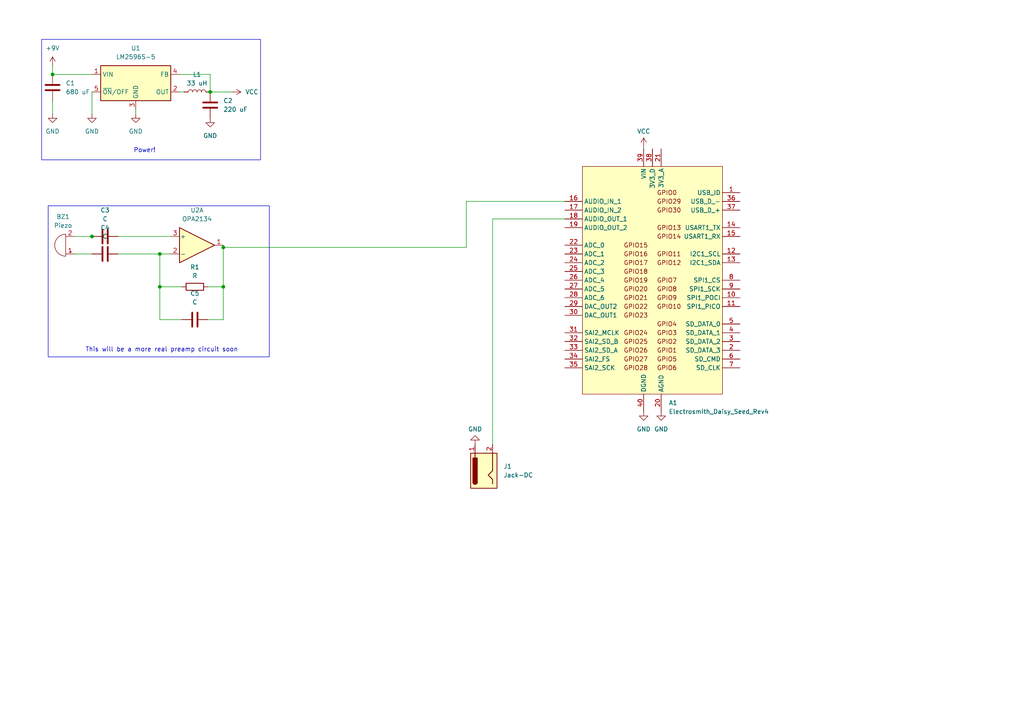
<source format=kicad_sch>
(kicad_sch (version 20230121) (generator eeschema)
  (paper "A4")
  (lib_symbols
    (symbol "Amplifier_Operational:OPA2134" (pin_names (offset 0.127))
      (property "Reference" "U" (at 0 5.08 0))
      (property "Value" "OPA2134" (at 0 -5.08 0))
      (symbol "OPA2134_1_1"
        (polyline (pts (xy -5.08 5.08) (xy 5.08 0) (xy -5.08 -5.08) (xy -5.08 5.08)) (stroke (width 0.254)) (fill (type background)))
        (pin output line (at 7.62 0 180) (length 2.54) (name "~") (number "1"))
        (pin input line (at -7.62 -2.54 0) (length 2.54) (name "-") (number "2"))
        (pin input line (at -7.62 2.54 0) (length 2.54) (name "+") (number "3"))
      )
      (symbol "OPA2134_2_1"
        (polyline (pts (xy -5.08 5.08) (xy 5.08 0) (xy -5.08 -5.08) (xy -5.08 5.08)) (stroke (width 0.254)) (fill (type background)))
        (pin input line (at -7.62 2.54 0) (length 2.54) (name "+") (number "5"))
        (pin input line (at -7.62 -2.54 0) (length 2.54) (name "-") (number "6"))
        (pin output line (at 7.62 0 180) (length 2.54) (name "~") (number "7"))
      )
      (symbol "OPA2134_3_1"
        (pin power_in line (at -2.54 -7.62 90) (length 3.81) (name "V-") (number "4"))
        (pin power_in line (at -2.54 7.62 270) (length 3.81) (name "V+") (number "8"))
      )
    )
    (symbol "Connector:Jack-DC" (pin_names (offset 1.016))
      (property "Reference" "J" (at 0 5.334 0))
      (property "Value" "Jack-DC" (at 0 -5.08 0))
      (symbol "Jack-DC_0_1"
        (rectangle (start -5.08 3.81) (end 5.08 -3.81) (stroke (width 0.254)) (fill (type background)))
        (arc (start -3.302 3.175) (mid -3.9343 2.54) (end -3.302 1.905) (stroke (width 0.254)))
        (arc (start -3.302 3.175) (mid -3.9343 2.54) (end -3.302 1.905) (stroke (width 0.254)) (fill (type outline)))
        (polyline (pts (xy 5.08 2.54) (xy 3.81 2.54)) (stroke (width 0.254)))
        (polyline (pts (xy -3.81 -2.54) (xy -2.54 -2.54) (xy -1.27 -1.27) (xy 0 -2.54) (xy 2.54 -2.54) (xy 5.08 -2.54)) (stroke (width 0.254)))
        (rectangle (start 3.683 3.175) (end -3.302 1.905) (stroke (width 0.254)) (fill (type outline)))
      )
      (symbol "Jack-DC_1_1"
        (pin passive line (at 7.62 2.54 180) (length 2.54) (name "~") (number "1"))
        (pin passive line (at 7.62 -2.54 180) (length 2.54) (name "~") (number "2"))
      )
    )
    (symbol "Device:Buzzer" (pin_names (offset 0.0254) hide)
      (property "Reference" "BZ" (at 3.81 1.27 0))
      (property "Value" "Buzzer" (at 3.81 -1.27 0))
      (symbol "Buzzer_0_1"
        (arc (start 0 -3.175) (mid 3.1612 0) (end 0 3.175))
        (polyline (pts (xy -1.651 1.905) (xy -1.143 1.905)))
        (polyline (pts (xy -1.397 2.159) (xy -1.397 1.651)))
        (polyline (pts (xy 0 3.175) (xy 0 -3.175)))
      )
      (symbol "Buzzer_1_1"
        (pin passive line (at -2.54 2.54 0) (length 2.54) (name "+") (number "1"))
        (pin passive line (at -2.54 -2.54 0) (length 2.54) (name "-") (number "2"))
      )
    )
    (symbol "Device:C" (pin_numbers hide) (pin_names (offset 0.254))
      (property "Reference" "C" (at 0.635 2.54 0))
      (property "Value" "C" (at 0.635 -2.54 0))
      (symbol "C_0_1"
        (polyline (pts (xy -2.032 -0.762) (xy 2.032 -0.762)) (stroke (width 0.508)))
        (polyline (pts (xy -2.032 0.762) (xy 2.032 0.762)) (stroke (width 0.508)))
      )
      (symbol "C_1_1"
        (pin passive line (at 0 3.81 270) (length 2.794) (name "~") (number "1"))
        (pin passive line (at 0 -3.81 90) (length 2.794) (name "~") (number "2"))
      )
    )
    (symbol "Device:L" (pin_numbers hide) (pin_names (offset 1.016) hide)
      (property "Reference" "L" (at -1.27 0 90))
      (property "Value" "L" (at 1.905 0 90))
      (symbol "L_0_1"
        (arc (start 0 -2.54) (mid 0.6323 -1.905) (end 0 -1.27))
        (arc (start 0 -1.27) (mid 0.6323 -0.635) (end 0 0))
        (arc (start 0 0) (mid 0.6323 0.635) (end 0 1.27))
        (arc (start 0 1.27) (mid 0.6323 1.905) (end 0 2.54))
      )
      (symbol "L_1_1"
        (pin passive line (at 0 3.81 270) (length 1.27) (name "1") (number "1"))
        (pin passive line (at 0 -3.81 90) (length 1.27) (name "2") (number "2"))
      )
    )
    (symbol "Device:R" (pin_numbers hide) (pin_names (offset 0))
      (property "Reference" "R" (at 2.032 0 90))
      (property "Value" "R" (at 0 0 90))
      (symbol "R_0_1"
        (rectangle (start -1.016 -2.54) (end 1.016 2.54) (stroke (width 0.254)))
      )
      (symbol "R_1_1"
        (pin passive line (at 0 3.81 270) (length 1.27) (name "~") (number "1"))
        (pin passive line (at 0 -3.81 90) (length 1.27) (name "~") (number "2"))
      )
    )
    (symbol "MCU_Module:Electrosmith_Daisy_Seed_Rev4"
      (property "Reference" "A" (at -20.32 34.29 0))
      (property "Value" "Electrosmith_Daisy_Seed_Rev4" (at 33.02 34.29 0))
      (symbol "Electrosmith_Daisy_Seed_Rev4_0_0"
        (text "GPIO0" (at 1.27 25.4 0) (effects (font (size 1.27 1.27)) (justify left)))
        (text "GPIO1" (at 1.27 -20.32 0) (effects (font (size 1.27 1.27)) (justify left)))
        (text "GPIO10" (at 1.27 -7.62 0) (effects (font (size 1.27 1.27)) (justify left)))
        (text "GPIO11" (at 1.27 7.62 0) (effects (font (size 1.27 1.27)) (justify left)))
        (text "GPIO12" (at 1.27 5.08 0) (effects (font (size 1.27 1.27)) (justify left)))
        (text "GPIO13" (at 1.27 15.24 0) (effects (font (size 1.27 1.27)) (justify left)))
        (text "GPIO14" (at 1.27 12.7 0) (effects (font (size 1.27 1.27)) (justify left)))
        (text "GPIO15" (at -1.27 10.16 0) (effects (font (size 1.27 1.27)) (justify right)))
        (text "GPIO16" (at -1.27 7.62 0) (effects (font (size 1.27 1.27)) (justify right)))
        (text "GPIO17" (at -1.27 5.08 0) (effects (font (size 1.27 1.27)) (justify right)))
        (text "GPIO18" (at -1.27 2.54 0) (effects (font (size 1.27 1.27)) (justify right)))
        (text "GPIO19" (at -1.27 0 0) (effects (font (size 1.27 1.27)) (justify right)))
        (text "GPIO2" (at 1.27 -17.78 0) (effects (font (size 1.27 1.27)) (justify left)))
        (text "GPIO20" (at -1.27 -2.54 0) (effects (font (size 1.27 1.27)) (justify right)))
        (text "GPIO21" (at -1.27 -5.08 0) (effects (font (size 1.27 1.27)) (justify right)))
        (text "GPIO22" (at -1.27 -7.62 0) (effects (font (size 1.27 1.27)) (justify right)))
        (text "GPIO23" (at -1.27 -10.16 0) (effects (font (size 1.27 1.27)) (justify right)))
        (text "GPIO24" (at -1.27 -15.24 0) (effects (font (size 1.27 1.27)) (justify right)))
        (text "GPIO25" (at -1.27 -17.78 0) (effects (font (size 1.27 1.27)) (justify right)))
        (text "GPIO26" (at -1.27 -20.32 0) (effects (font (size 1.27 1.27)) (justify right)))
        (text "GPIO27" (at -1.27 -22.86 0) (effects (font (size 1.27 1.27)) (justify right)))
        (text "GPIO28" (at -1.27 -25.4 0) (effects (font (size 1.27 1.27)) (justify right)))
        (text "GPIO29" (at 1.27 22.86 0) (effects (font (size 1.27 1.27)) (justify left)))
        (text "GPIO3" (at 1.27 -15.24 0) (effects (font (size 1.27 1.27)) (justify left)))
        (text "GPIO30" (at 1.27 20.32 0) (effects (font (size 1.27 1.27)) (justify left)))
        (text "GPIO4" (at 1.27 -12.7 0) (effects (font (size 1.27 1.27)) (justify left)))
        (text "GPIO5" (at 1.27 -22.86 0) (effects (font (size 1.27 1.27)) (justify left)))
        (text "GPIO6" (at 1.27 -25.4 0) (effects (font (size 1.27 1.27)) (justify left)))
        (text "GPIO7" (at 1.27 0 0) (effects (font (size 1.27 1.27)) (justify left)))
        (text "GPIO8" (at 1.27 -2.54 0) (effects (font (size 1.27 1.27)) (justify left)))
        (text "GPIO9" (at 1.27 -5.08 0) (effects (font (size 1.27 1.27)) (justify left)))
        (pin bidirectional line (at 25.4 25.4 180) (length 5.08) (name "USB_ID") (number "1"))
        (pin bidirectional line (at 25.4 -5.08 180) (length 5.08) (name "SPI1_POCI") (number "10"))
        (pin bidirectional line (at 25.4 -7.62 180) (length 5.08) (name "SPI1_PICO") (number "11"))
        (pin bidirectional line (at 25.4 7.62 180) (length 5.08) (name "I2C1_SCL") (number "12"))
        (pin bidirectional line (at 25.4 5.08 180) (length 5.08) (name "I2C1_SDA") (number "13"))
        (pin bidirectional line (at 25.4 15.24 180) (length 5.08) (name "USART1_TX") (number "14"))
        (pin bidirectional line (at 25.4 12.7 180) (length 5.08) (name "USART1_RX") (number "15"))
        (pin input line (at -25.4 22.86 0) (length 5.08) (name "AUDIO_IN_1") (number "16"))
        (pin input line (at -25.4 20.32 0) (length 5.08) (name "AUDIO_IN_2") (number "17"))
        (pin output line (at -25.4 17.78 0) (length 5.08) (name "AUDIO_OUT_1") (number "18"))
        (pin output line (at -25.4 15.24 0) (length 5.08) (name "AUDIO_OUT_2") (number "19"))
        (pin bidirectional line (at 25.4 -20.32 180) (length 5.08) (name "SD_DATA_3") (number "2"))
        (pin power_in line (at 2.54 -38.1 90) (length 5.08) (name "AGND") (number "20"))
        (pin power_out line (at 2.54 38.1 270) (length 5.08) (name "3V3_A") (number "21"))
        (pin bidirectional line (at -25.4 10.16 0) (length 5.08) (name "ADC_0") (number "22"))
        (pin bidirectional line (at -25.4 7.62 0) (length 5.08) (name "ADC_1") (number "23"))
        (pin bidirectional line (at -25.4 5.08 0) (length 5.08) (name "ADC_2") (number "24"))
        (pin bidirectional line (at -25.4 2.54 0) (length 5.08) (name "ADC_3") (number "25"))
        (pin bidirectional line (at -25.4 0 0) (length 5.08) (name "ADC_4") (number "26"))
        (pin bidirectional line (at -25.4 -2.54 0) (length 5.08) (name "ADC_5") (number "27"))
        (pin bidirectional line (at -25.4 -5.08 0) (length 5.08) (name "ADC_6") (number "28"))
        (pin bidirectional line (at -25.4 -7.62 0) (length 5.08) (name "DAC_OUT2") (number "29"))
        (pin bidirectional line (at 25.4 -17.78 180) (length 5.08) (name "SD_DATA_2") (number "3"))
        (pin bidirectional line (at -25.4 -10.16 0) (length 5.08) (name "DAC_OUT1") (number "30"))
        (pin bidirectional line (at -25.4 -15.24 0) (length 5.08) (name "SAI2_MCLK") (number "31"))
        (pin bidirectional line (at -25.4 -17.78 0) (length 5.08) (name "SAI2_SD_B") (number "32"))
        (pin bidirectional line (at -25.4 -20.32 0) (length 5.08) (name "SAI2_SD_A") (number "33"))
        (pin bidirectional line (at -25.4 -22.86 0) (length 5.08) (name "SAI2_FS") (number "34"))
        (pin bidirectional line (at -25.4 -25.4 0) (length 5.08) (name "SAI2_SCK") (number "35"))
        (pin bidirectional line (at 25.4 22.86 180) (length 5.08) (name "USB_D_-") (number "36"))
        (pin bidirectional line (at 25.4 20.32 180) (length 5.08) (name "USB_D_+") (number "37"))
        (pin power_out line (at 0 38.1 270) (length 5.08) (name "3V3_D") (number "38"))
        (pin power_in line (at -2.54 38.1 270) (length 5.08) (name "VIN") (number "39"))
        (pin bidirectional line (at 25.4 -15.24 180) (length 5.08) (name "SD_DATA_1") (number "4"))
        (pin power_in line (at -2.54 -38.1 90) (length 5.08) (name "DGND") (number "40"))
        (pin bidirectional line (at 25.4 -12.7 180) (length 5.08) (name "SD_DATA_0") (number "5"))
        (pin bidirectional line (at 25.4 -22.86 180) (length 5.08) (name "SD_CMD") (number "6"))
        (pin bidirectional line (at 25.4 -25.4 180) (length 5.08) (name "SD_CLK") (number "7"))
        (pin bidirectional line (at 25.4 0 180) (length 5.08) (name "SPI1_CS") (number "8"))
        (pin bidirectional line (at 25.4 -2.54 180) (length 5.08) (name "SPI1_SCK") (number "9"))
      )
      (symbol "Electrosmith_Daisy_Seed_Rev4_0_1"
        (rectangle (start -20.32 33.02) (end 20.32 -33.02) (fill (type background)))
      )
    )
    (symbol "Regulator_Switching:LM2596S-5"
      (property "Reference" "U" (at -10.16 6.35 0))
      (property "Value" "LM2596S-5" (at 0 6.35 0))
      (symbol "LM2596S-5_0_1"
        (rectangle (start -10.16 5.08) (end 10.16 -5.08) (stroke (width 0.254)) (fill (type background)))
      )
      (symbol "LM2596S-5_1_1"
        (pin power_in line (at -12.7 2.54 0) (length 2.54) (name "VIN") (number "1"))
        (pin output line (at 12.7 -2.54 180) (length 2.54) (name "OUT") (number "2"))
        (pin power_in line (at 0 -7.62 90) (length 2.54) (name "GND") (number "3"))
        (pin input line (at 12.7 2.54 180) (length 2.54) (name "FB") (number "4"))
        (pin input line (at -12.7 -2.54 0) (length 2.54) (name "~{ON}/OFF") (number "5"))
      )
    )
    (symbol "power:+9V" (power) (pin_names (offset 0))
      (property "Value" "+9V" (at 0 3.556 0))
      (symbol "+9V_0_1"
        (polyline (pts (xy -0.762 1.27) (xy 0 2.54)))
        (polyline (pts (xy 0 0) (xy 0 2.54)))
        (polyline (pts (xy 0 2.54) (xy 0.762 1.27)))
      )
      (symbol "+9V_1_1"
        (pin power_in line (at 0 0 90) (length 0) hide (name "+9V") (number "1"))
      )
    )
    (symbol "power:GND" (power) (pin_names (offset 0))
      (property "Value" "GND" (at 0 -3.81 0))
      (symbol "GND_0_1"
        (polyline (pts (xy 0 0) (xy 0 -1.27) (xy 1.27 -1.27) (xy 0 -2.54) (xy -1.27 -1.27) (xy 0 -1.27)))
      )
      (symbol "GND_1_1"
        (pin power_in line (at 0 0 270) (length 0) hide (name "GND") (number "1"))
      )
    )
    (symbol "power:VCC" (power) (pin_names (offset 0))
      (property "Value" "VCC" (at 0 3.81 0))
      (symbol "VCC_0_1"
        (polyline (pts (xy -0.762 1.27) (xy 0 2.54)))
        (polyline (pts (xy 0 0) (xy 0 2.54)))
        (polyline (pts (xy 0 2.54) (xy 0.762 1.27)))
      )
      (symbol "VCC_1_1"
        (pin power_in line (at 0 0 90) (length 0) hide (name "VCC") (number "1"))
      )
    )
  )
  (junction (at 60.96 26.67))
  (junction (at 46.355 73.66))
  (junction (at 64.77 71.755))
  (junction (at 15.24 21.59))
  (junction (at 46.355 83.185))
  (junction (at 26.67 68.58))
  (junction (at 64.77 83.185))
  (wire (pts (xy 15.24 19.05) (xy 15.24 21.59)))
  (wire (pts (xy 15.24 21.59) (xy 26.67 21.59)))
  (wire (pts (xy 135.255 71.755) (xy 135.255 58.42)))
  (wire (pts (xy 34.29 73.66) (xy 46.355 73.66)))
  (wire (pts (xy 39.37 33.02) (xy 39.37 31.75)))
  (wire (pts (xy 46.355 83.185) (xy 46.355 73.66)))
  (wire (pts (xy 64.77 92.71) (xy 64.77 83.185)))
  (wire (pts (xy 142.875 63.5) (xy 163.83 63.5)))
  (wire (pts (xy 64.77 71.755) (xy 64.77 83.185)))
  (wire (pts (xy 186.69 42.545) (xy 186.69 43.18)))
  (wire (pts (xy 15.24 33.02) (xy 15.24 29.21)))
  (wire (pts (xy 21.59 73.66) (xy 26.67 73.66)))
  (wire (pts (xy 64.77 71.755) (xy 135.255 71.755)))
  (wire (pts (xy 26.67 68.58) (xy 27.305 68.58)))
  (wire (pts (xy 52.07 26.67) (xy 53.34 26.67)))
  (wire (pts (xy 26.67 26.67) (xy 26.67 33.02)))
  (wire (pts (xy 21.59 68.58) (xy 26.67 68.58)))
  (wire (pts (xy 64.77 71.12) (xy 64.77 71.755)))
  (wire (pts (xy 142.875 128.905) (xy 142.875 63.5)))
  (wire (pts (xy 34.29 68.58) (xy 49.53 68.58)))
  (wire (pts (xy 52.07 21.59) (xy 60.96 21.59)))
  (wire (pts (xy 52.705 83.185) (xy 46.355 83.185)))
  (wire (pts (xy 60.96 26.67) (xy 67.31 26.67)))
  (wire (pts (xy 52.705 92.71) (xy 46.355 92.71)))
  (wire (pts (xy 64.77 83.185) (xy 60.325 83.185)))
  (wire (pts (xy 135.255 58.42) (xy 163.83 58.42)))
  (wire (pts (xy 46.355 73.66) (xy 49.53 73.66)))
  (wire (pts (xy 46.355 92.71) (xy 46.355 83.185)))
  (wire (pts (xy 60.325 92.71) (xy 64.77 92.71)))
  (wire (pts (xy 60.96 21.59) (xy 60.96 26.67)))
  (rectangle (start 12.065 11.43) (end 75.565 46.355))
  (rectangle (start 13.97 59.69) (end 78.105 103.505))
  (text "This will be a more real preamp circuit soon" (at 24.765 102.235 0) (effects (font (size 1.27 1.27)) (justify left bottom)))
  (text "Power!" (at 38.735 44.45 0) (effects (font (size 1.27 1.27)) (justify left bottom)))
  (symbol (lib_id "Device:C") (at 56.515 92.71 90) (unit 1)
    (property "Reference" "C5" (at 56.515 85.09 90))
    (property "Value" "C" (at 56.515 87.63 90))
  )
  (symbol (lib_id "Device:L") (at 57.15 26.67 90) (unit 1)
    (property "Reference" "L1" (at 57.15 21.59 90))
    (property "Value" "33 uH" (at 57.15 24.13 90))
  )
  (symbol (lib_id "Device:Buzzer") (at 19.05 71.12 180) (unit 1)
    (property "Reference" "BZ1" (at 18.2949 62.865 0))
    (property "Value" "Piezo" (at 18.2949 65.405 0))
  )
  (symbol (lib_id "power:GND") (at 186.69 119.38 0) (unit 1)
    (property "Reference" "#PWR07" (effects hide))
    (property "Value" "GND" (at 186.69 124.46 0))
  )
  (symbol (lib_id "Connector:Jack-DC") (at 140.335 136.525 90) (unit 1)
    (property "Reference" "J1" (at 146.05 135.255 90) (effects (justify right)))
    (property "Value" "Jack-DC" (at 146.05 137.795 90) (effects (justify right)))
  )
  (symbol (lib_id "power:GND") (at 191.77 119.38 0) (unit 1)
    (property "Reference" "#PWR08" (effects hide))
    (property "Value" "GND" (at 191.77 124.46 0))
  )
  (symbol (lib_id "power:VCC") (at 186.69 42.545 0) (unit 1)
    (property "Reference" "#PWR09" (effects hide))
    (property "Value" "VCC" (at 186.69 38.1 0))
  )
  (symbol (lib_id "power:+9V") (at 15.24 19.05 0) (unit 1)
    (property "Reference" "#PWR01" (effects hide))
    (property "Value" "+9V" (at 15.24 13.97 0))
  )
  (symbol (lib_id "power:GND") (at 39.37 33.02 0) (unit 1)
    (property "Reference" "#PWR04" (effects hide))
    (property "Value" "GND" (at 39.37 38.1 0))
  )
  (symbol (lib_id "Device:C") (at 15.24 25.4 180) (unit 1)
    (property "Reference" "C1" (at 19.05 24.13 0) (effects (justify right)))
    (property "Value" "680 uF" (at 19.05 26.67 0) (effects (justify right)))
  )
  (symbol (lib_id "MCU_Module:Electrosmith_Daisy_Seed_Rev4") (at 189.23 81.28 0) (unit 1)
    (property "Reference" "A1" (at 193.9641 116.84 0) (effects (justify left)))
    (property "Value" "Electrosmith_Daisy_Seed_Rev4" (at 193.9641 119.38 0) (effects (justify left)))
    (property "Footprint" "Module:Electrosmith_Daisy_Seed" (effects hide))
    (property "Datasheet" "https://static1.squarespace.com/static/58d03fdc1b10e3bf442567b8/t/6227e6236f02fb68d1577146/1646781988478/Daisy_Seed_datasheet_v1.0.3.pdf" (effects hide))
  )
  (symbol (lib_id "Amplifier_Operational:OPA2134") (at 57.15 71.12 0) (unit 1)
    (property "Reference" "U2" (at 57.15 60.96 0))
    (property "Value" "OPA2134" (at 57.15 63.5 0))
    (property "Datasheet" "http://www.ti.com/lit/ds/symlink/opa134.pdf" (effects hide))
  )
  (symbol (lib_id "power:GND") (at 60.96 34.29 0) (unit 1)
    (property "Reference" "#PWR05" (effects hide))
    (property "Value" "GND" (at 60.96 39.37 0))
  )
  (symbol (lib_id "Device:C") (at 60.96 30.48 180) (unit 1)
    (property "Reference" "C2" (at 64.77 29.21 0) (effects (justify right)))
    (property "Value" "220 uF" (at 64.77 31.75 0) (effects (justify right)))
  )
  (symbol (lib_id "Device:R") (at 56.515 83.185 90) (unit 1)
    (property "Reference" "R1" (at 56.515 77.47 90))
    (property "Value" "R" (at 56.515 80.01 90))
  )
  (symbol (lib_id "power:GND") (at 137.795 128.905 180) (unit 1)
    (property "Reference" "#PWR010" (effects hide))
    (property "Value" "GND" (at 137.795 124.46 0))
  )
  (symbol (lib_id "power:VCC") (at 67.31 26.67 270) (unit 1)
    (property "Reference" "#PWR06" (effects hide))
    (property "Value" "VCC" (at 71.12 26.67 90) (effects (justify left)))
  )
  (symbol (lib_id "Device:C") (at 30.48 73.66 270) (unit 1)
    (property "Reference" "C4" (at 30.48 66.04 90))
    (property "Value" "C" (at 30.48 68.58 90))
  )
  (symbol (lib_id "Regulator_Switching:LM2596S-5") (at 39.37 24.13 0) (unit 1)
    (property "Reference" "U1" (at 39.37 13.97 0))
    (property "Value" "LM2596S-5" (at 39.37 16.51 0))
    (property "Footprint" "Package_TO_SOT_SMD:TO-263-5_TabPin3" (effects hide))
    (property "Datasheet" "http://www.ti.com/lit/ds/symlink/lm2596.pdf" (effects hide))
  )
  (symbol (lib_id "Device:C") (at 30.48 68.58 90) (unit 1)
    (property "Reference" "C3" (at 30.48 60.96 90))
    (property "Value" "C" (at 30.48 63.5 90))
  )
  (symbol (lib_id "power:GND") (at 15.24 33.02 0) (unit 1)
    (property "Reference" "#PWR03" (effects hide))
    (property "Value" "GND" (at 15.24 38.1 0))
  )
  (symbol (lib_id "power:GND") (at 26.67 33.02 0) (unit 1)
    (property "Reference" "#PWR02" (effects hide))
    (property "Value" "GND" (at 26.67 38.1 0))
  )
)
</source>
